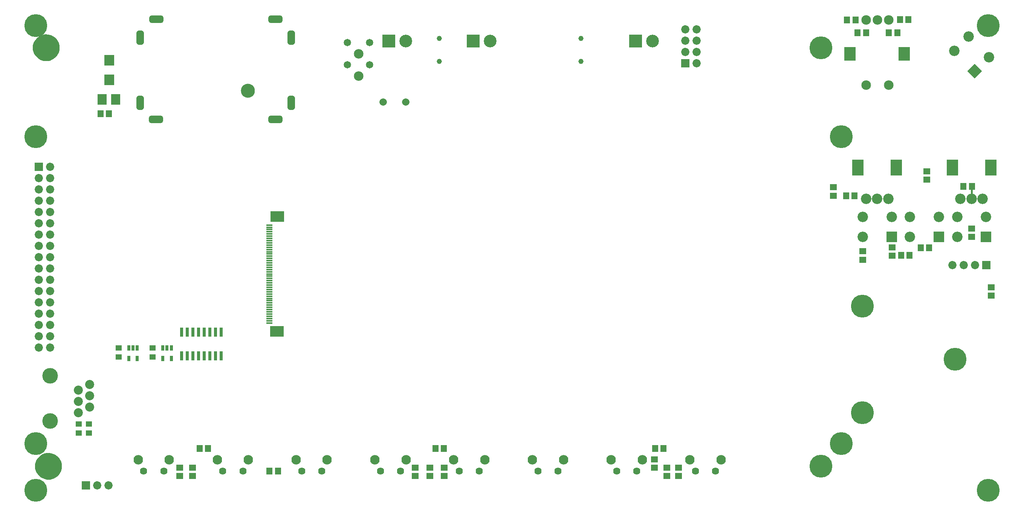
<source format=gbs>
G04*
G04 #@! TF.GenerationSoftware,Altium Limited,Altium Designer,21.5.1 (32)*
G04*
G04 Layer_Color=16711935*
%FSLAX25Y25*%
%MOIN*%
G70*
G04*
G04 #@! TF.SameCoordinates,D9A27908-B339-4E15-AEEB-BE0A6D91D8F4*
G04*
G04*
G04 #@! TF.FilePolarity,Negative*
G04*
G01*
G75*
%ADD17C,0.07874*%
%ADD18R,0.06496X0.05709*%
%ADD22R,0.05709X0.06496*%
%ADD30R,0.08465X0.09252*%
%ADD44R,0.09055X0.09252*%
%ADD46R,0.07284X0.07284*%
%ADD47C,0.07284*%
%ADD48C,0.13780*%
%ADD49C,0.07991*%
%ADD50C,0.06496*%
%ADD51C,0.08465*%
%ADD52R,0.09252X0.09252*%
%ADD53C,0.09252*%
%ADD54C,0.06394*%
%ADD55C,0.08394*%
%ADD56P,0.13084X4X180.0*%
%ADD57R,0.11221X0.11221*%
%ADD58C,0.11221*%
%ADD59R,0.10433X0.14370*%
%ADD60C,0.06555*%
%ADD61R,0.07284X0.07284*%
%ADD62R,0.10433X0.12402*%
%ADD63C,0.20276*%
G04:AMPARAMS|DCode=64|XSize=124.02mil|YSize=64.96mil|CornerRadius=17.72mil|HoleSize=0mil|Usage=FLASHONLY|Rotation=0.000|XOffset=0mil|YOffset=0mil|HoleType=Round|Shape=RoundedRectangle|*
%AMROUNDEDRECTD64*
21,1,0.12402,0.02953,0,0,0.0*
21,1,0.08858,0.06496,0,0,0.0*
1,1,0.03543,0.04429,-0.01476*
1,1,0.03543,-0.04429,-0.01476*
1,1,0.03543,-0.04429,0.01476*
1,1,0.03543,0.04429,0.01476*
%
%ADD64ROUNDEDRECTD64*%
G04:AMPARAMS|DCode=65|XSize=124.02mil|YSize=64.96mil|CornerRadius=17.72mil|HoleSize=0mil|Usage=FLASHONLY|Rotation=90.000|XOffset=0mil|YOffset=0mil|HoleType=Round|Shape=RoundedRectangle|*
%AMROUNDEDRECTD65*
21,1,0.12402,0.02953,0,0,90.0*
21,1,0.08858,0.06496,0,0,90.0*
1,1,0.03543,0.01476,0.04429*
1,1,0.03543,0.01476,-0.04429*
1,1,0.03543,-0.01476,-0.04429*
1,1,0.03543,-0.01476,0.04429*
%
%ADD65ROUNDEDRECTD65*%
%ADD66C,0.12402*%
%ADD68C,0.04528*%
%ADD97C,0.01181*%
%ADD135C,0.01575*%
%ADD137R,0.12402X0.09252*%
%ADD138R,0.05709X0.01772*%
%ADD139R,0.05512X0.04528*%
%ADD140R,0.02953X0.04528*%
%ADD141R,0.02953X0.08465*%
D17*
X30866Y-401968D02*
X30801Y-400962D01*
X30609Y-399971D01*
X30291Y-399014D01*
X29853Y-398105D01*
X29302Y-397259D01*
X28648Y-396491D01*
X27902Y-395812D01*
X27074Y-395235D01*
X26179Y-394768D01*
X25232Y-394420D01*
X24249Y-394195D01*
X23245Y-394098D01*
X22236Y-394131D01*
X21240Y-394292D01*
X20273Y-394579D01*
X19350Y-394987D01*
X18487Y-395510D01*
X17698Y-396140D01*
X16996Y-396864D01*
X16393Y-397673D01*
X15898Y-398552D01*
X15519Y-399487D01*
X15263Y-400463D01*
X15134Y-401464D01*
Y-402473D01*
X15263Y-403474D01*
X15519Y-404450D01*
X15898Y-405385D01*
X16393Y-406264D01*
X16996Y-407073D01*
X17698Y-407797D01*
X18487Y-408427D01*
X19350Y-408950D01*
X20273Y-409358D01*
X21240Y-409645D01*
X22236Y-409806D01*
X23245Y-409838D01*
X24249Y-409742D01*
X25232Y-409517D01*
X26179Y-409169D01*
X27074Y-408702D01*
X27902Y-408125D01*
X28648Y-407446D01*
X29302Y-406678D01*
X29853Y-405832D01*
X30291Y-404923D01*
X30609Y-403966D01*
X30801Y-402975D01*
X30866Y-401968D01*
X28858Y-31496D02*
X28794Y-30489D01*
X28601Y-29499D01*
X28283Y-28541D01*
X27845Y-27632D01*
X27295Y-26787D01*
X26641Y-26018D01*
X25894Y-25340D01*
X25066Y-24763D01*
X24171Y-24296D01*
X23225Y-23947D01*
X22241Y-23723D01*
X21237Y-23626D01*
X20228Y-23658D01*
X19232Y-23820D01*
X18265Y-24106D01*
X17342Y-24515D01*
X16479Y-25038D01*
X15690Y-25667D01*
X14989Y-26392D01*
X14385Y-27200D01*
X13890Y-28080D01*
X13511Y-29015D01*
X13255Y-29991D01*
X13126Y-30992D01*
Y-32000D01*
X13255Y-33001D01*
X13511Y-33977D01*
X13890Y-34912D01*
X14385Y-35792D01*
X14989Y-36600D01*
X15690Y-37325D01*
X16479Y-37954D01*
X17342Y-38477D01*
X18265Y-38886D01*
X19232Y-39173D01*
X20228Y-39334D01*
X21237Y-39366D01*
X22241Y-39269D01*
X23225Y-39045D01*
X24171Y-38696D01*
X25066Y-38230D01*
X25894Y-37652D01*
X26640Y-36974D01*
X27295Y-36206D01*
X27845Y-35360D01*
X28283Y-34451D01*
X28601Y-33493D01*
X28794Y-32503D01*
X28858Y-31496D01*
D18*
X717323Y-162403D02*
D03*
Y-154922D02*
D03*
X800000Y-148230D02*
D03*
Y-140749D02*
D03*
X580469Y-403189D02*
D03*
Y-410669D02*
D03*
X839764Y-199016D02*
D03*
Y-191535D02*
D03*
X347398Y-410669D02*
D03*
Y-403189D02*
D03*
X570232D02*
D03*
Y-410669D02*
D03*
X150547Y-403189D02*
D03*
Y-410669D02*
D03*
X360390Y-403189D02*
D03*
Y-410669D02*
D03*
X559247Y-403195D02*
D03*
Y-395715D02*
D03*
X769291Y-208071D02*
D03*
Y-215551D02*
D03*
X139130Y-410669D02*
D03*
Y-403189D02*
D03*
X372988Y-410669D02*
D03*
Y-403189D02*
D03*
X743307Y-211615D02*
D03*
Y-219096D02*
D03*
X857087Y-243503D02*
D03*
Y-250983D02*
D03*
D22*
X736177Y-162449D02*
D03*
X728697D02*
D03*
X832480Y-154331D02*
D03*
X839961D02*
D03*
X773972Y-18355D02*
D03*
X766492D02*
D03*
X738933D02*
D03*
X746413D02*
D03*
X225941Y-406142D02*
D03*
X218461D02*
D03*
X802165Y-208661D02*
D03*
X794685D02*
D03*
X777362Y-215354D02*
D03*
X784842D02*
D03*
X365311Y-386221D02*
D03*
X372791D02*
D03*
X559646D02*
D03*
X567126D02*
D03*
X156650D02*
D03*
X164130D02*
D03*
X776334Y-6544D02*
D03*
X783814D02*
D03*
X76576Y-89764D02*
D03*
X69096D02*
D03*
X736966Y-6937D02*
D03*
X729485D02*
D03*
D30*
X70472Y-77165D02*
D03*
X82284D02*
D03*
D44*
X76772Y-59842D02*
D03*
Y-42520D02*
D03*
D46*
X14500Y-137000D02*
D03*
X56142Y-418898D02*
D03*
X852795Y-223878D02*
D03*
D47*
X24500Y-137000D02*
D03*
X14500Y-147000D02*
D03*
X24500D02*
D03*
X14500Y-157000D02*
D03*
X24500D02*
D03*
X14500Y-167000D02*
D03*
X24500D02*
D03*
X14500Y-177000D02*
D03*
X24500D02*
D03*
X14500Y-187000D02*
D03*
X24500D02*
D03*
X14500Y-197000D02*
D03*
X24500D02*
D03*
X14500Y-207000D02*
D03*
X24500D02*
D03*
X14500Y-217000D02*
D03*
X24500D02*
D03*
X14500Y-227000D02*
D03*
X24500D02*
D03*
X14500Y-237000D02*
D03*
X24500D02*
D03*
X14500Y-247000D02*
D03*
X24500D02*
D03*
X14500Y-257000D02*
D03*
X24500D02*
D03*
X14500Y-267000D02*
D03*
X24500D02*
D03*
X14500Y-277000D02*
D03*
X24500D02*
D03*
X14500Y-287000D02*
D03*
X24500D02*
D03*
X14500Y-297000D02*
D03*
X24500D02*
D03*
X76142Y-418898D02*
D03*
X66142Y-418898D02*
D03*
X596577Y-15276D02*
D03*
X586577D02*
D03*
X596577Y-25276D02*
D03*
X586577D02*
D03*
X596577Y-35276D02*
D03*
X586577D02*
D03*
X596577Y-45276D02*
D03*
X822795Y-223878D02*
D03*
X832795D02*
D03*
X842795D02*
D03*
D48*
X24563Y-361898D02*
D03*
Y-321898D02*
D03*
D49*
X49563Y-354398D02*
D03*
X59563Y-349398D02*
D03*
X49563Y-344398D02*
D03*
X59563Y-339398D02*
D03*
X49563Y-334398D02*
D03*
X59563Y-329398D02*
D03*
D50*
X287441Y-46654D02*
D03*
Y-26969D02*
D03*
X307126Y-46654D02*
D03*
Y-26969D02*
D03*
D51*
X297284Y-56496D02*
D03*
Y-36811D02*
D03*
X766453Y-64428D02*
D03*
X746453D02*
D03*
X766453Y-6928D02*
D03*
X756453D02*
D03*
X746453D02*
D03*
D52*
X852559Y-199016D02*
D03*
X810827D02*
D03*
X769095D02*
D03*
D53*
X852559Y-181299D02*
D03*
X826968D02*
D03*
X826968Y-199016D02*
D03*
X785236D02*
D03*
X785236Y-181299D02*
D03*
X810827D02*
D03*
X743504Y-199016D02*
D03*
X743504Y-181299D02*
D03*
X769095D02*
D03*
X824452Y-34224D02*
D03*
X836980Y-21696D02*
D03*
X855075Y-39792D02*
D03*
X756240Y-165217D02*
D03*
X746398D02*
D03*
X766083D02*
D03*
X849547D02*
D03*
X829862D02*
D03*
X839705D02*
D03*
D54*
X316635Y-406142D02*
D03*
X334351D02*
D03*
X246936D02*
D03*
X264653D02*
D03*
X595429D02*
D03*
X613146D02*
D03*
X456032D02*
D03*
X473748D02*
D03*
X177238D02*
D03*
X194954D02*
D03*
X525731D02*
D03*
X543447D02*
D03*
X386333D02*
D03*
X404050D02*
D03*
X107240D02*
D03*
X124957D02*
D03*
D55*
X311714Y-396299D02*
D03*
X339273D02*
D03*
X242015D02*
D03*
X269574D02*
D03*
X590508D02*
D03*
X618067D02*
D03*
X451111D02*
D03*
X478670D02*
D03*
X172317D02*
D03*
X199876D02*
D03*
X520809D02*
D03*
X548368D02*
D03*
X381412D02*
D03*
X408971D02*
D03*
X102319D02*
D03*
X129878D02*
D03*
D56*
X842548Y-52319D02*
D03*
D57*
X398799Y-25591D02*
D03*
X542500D02*
D03*
X323976D02*
D03*
D58*
X413799D02*
D03*
X557500D02*
D03*
X338976D02*
D03*
D59*
X739262Y-137657D02*
D03*
X773216D02*
D03*
X856681D02*
D03*
X822726D02*
D03*
D60*
X339075Y-79528D02*
D03*
X319193D02*
D03*
D61*
X586577Y-45276D02*
D03*
D62*
X780075Y-36928D02*
D03*
X732043D02*
D03*
D63*
X11811Y-381890D02*
D03*
Y-110236D02*
D03*
X854331Y-423228D02*
D03*
X724409Y-381890D02*
D03*
X743071Y-354429D02*
D03*
X824961Y-307185D02*
D03*
X742972Y-260039D02*
D03*
X724409Y-110236D02*
D03*
X854331Y-11811D02*
D03*
X706563Y-31640D02*
D03*
X706461Y-401879D02*
D03*
X23010Y-402027D02*
D03*
X20899Y-31634D02*
D03*
X11811Y-423228D02*
D03*
Y-11811D02*
D03*
D64*
X118110Y-94882D02*
D03*
X118307Y-6299D02*
D03*
X223622Y-94882D02*
D03*
X223819Y-6299D02*
D03*
D65*
X103937Y-80118D02*
D03*
Y-22638D02*
D03*
X237795Y-80118D02*
D03*
Y-22638D02*
D03*
D66*
X199409Y-69685D02*
D03*
D68*
X368898Y-43701D02*
D03*
X494095D02*
D03*
X368898Y-23228D02*
D03*
X494095D02*
D03*
D97*
X839705Y-154587D02*
X839961Y-154331D01*
D135*
X839705Y-165217D02*
Y-154587D01*
D137*
X225394Y-180945D02*
D03*
X225157Y-282520D02*
D03*
D138*
X218504Y-188425D02*
D03*
Y-190394D02*
D03*
Y-192362D02*
D03*
Y-194331D02*
D03*
Y-196299D02*
D03*
Y-198268D02*
D03*
Y-200236D02*
D03*
Y-202205D02*
D03*
Y-204173D02*
D03*
Y-206142D02*
D03*
Y-208110D02*
D03*
Y-210079D02*
D03*
Y-212047D02*
D03*
Y-214016D02*
D03*
Y-215984D02*
D03*
Y-217953D02*
D03*
Y-219921D02*
D03*
Y-221890D02*
D03*
Y-223858D02*
D03*
Y-225827D02*
D03*
Y-227795D02*
D03*
Y-229764D02*
D03*
Y-231732D02*
D03*
Y-233701D02*
D03*
Y-235669D02*
D03*
Y-237638D02*
D03*
Y-239606D02*
D03*
Y-241575D02*
D03*
Y-243543D02*
D03*
Y-245512D02*
D03*
Y-247480D02*
D03*
Y-249449D02*
D03*
Y-251417D02*
D03*
Y-253386D02*
D03*
Y-255354D02*
D03*
Y-257323D02*
D03*
Y-259291D02*
D03*
Y-261260D02*
D03*
Y-263228D02*
D03*
Y-265197D02*
D03*
Y-267165D02*
D03*
Y-269134D02*
D03*
Y-271102D02*
D03*
Y-273071D02*
D03*
Y-275039D02*
D03*
D139*
X115118Y-305118D02*
D03*
Y-297244D02*
D03*
X85197Y-305118D02*
D03*
Y-297244D02*
D03*
X49606Y-364567D02*
D03*
Y-372441D02*
D03*
X58661D02*
D03*
Y-364567D02*
D03*
D140*
X124173Y-297244D02*
D03*
X127913D02*
D03*
X131653D02*
D03*
Y-306693D02*
D03*
X124173D02*
D03*
X94055D02*
D03*
X101535D02*
D03*
Y-297244D02*
D03*
X97795D02*
D03*
X94055D02*
D03*
D141*
X175925Y-304331D02*
D03*
X170925D02*
D03*
X165925D02*
D03*
X160925D02*
D03*
X155925D02*
D03*
X150925D02*
D03*
X145925D02*
D03*
X140925D02*
D03*
Y-283071D02*
D03*
X145925D02*
D03*
X150925D02*
D03*
X155925D02*
D03*
X160925D02*
D03*
X165925D02*
D03*
X170925D02*
D03*
X175925D02*
D03*
M02*

</source>
